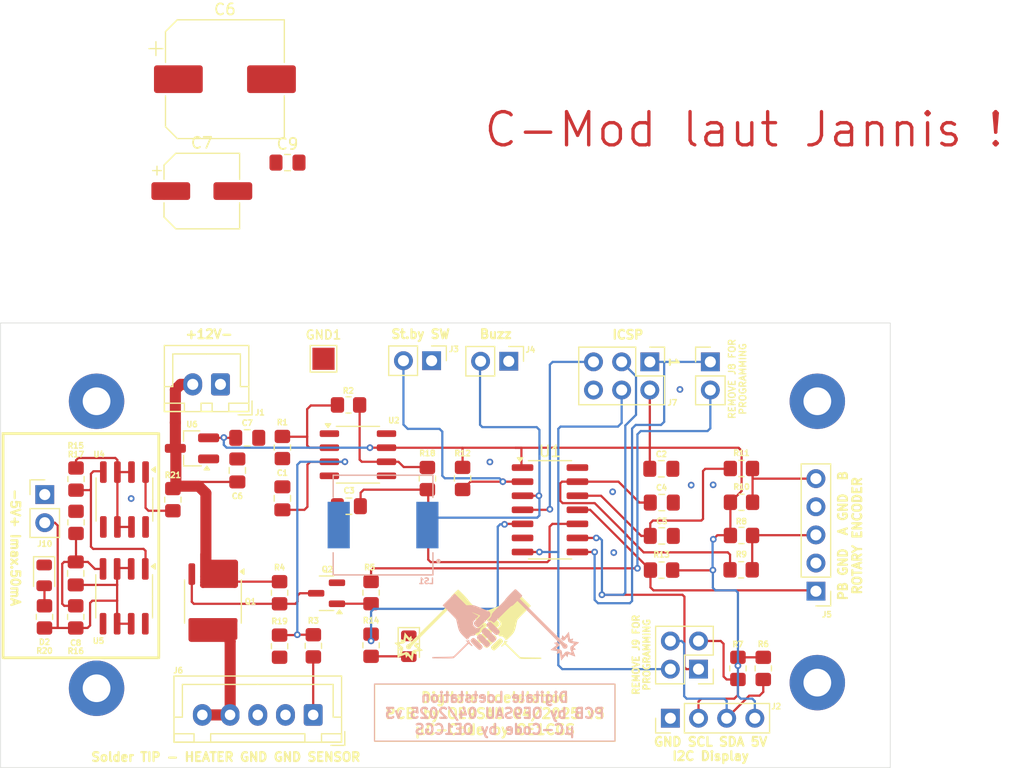
<source format=kicad_pcb>
(kicad_pcb (version 20240108) (generator "pcbnew") (generator_version "8.0")
  (layers (0 "F.Cu" signal) (31 "B.Cu" signal) (34 "B.Paste" user) (35 "F.Paste" user) (36 "B.SilkS" user "B.Silkscreen") (37 "F.SilkS" user "F.Silkscreen") (38 "B.Mask" user) (39 "F.Mask" user) (44 "Edge.Cuts" user))
  (net 0 "")
  (net 1 "GND")
  (net 2 "Net-(U2-+)")
  (net 3 "+5V")
  (net 4 "Net-(U1-PA3)")
  (net 5 "+12V")
  (net 6 "Net-(J2-Pin_2)")
  (net 7 "Net-(J2-Pin_3)")
  (net 8 "Net-(J3-Pin_2)")
  (net 9 "Net-(J4-Pin_2)")
  (net 10 "Net-(J5-Pin_1)")
  (net 11 "Net-(J5-Pin_3)")
  (net 12 "Net-(J5-Pin_5)")
  (net 13 "Net-(J6-Pin_4)")
  (net 14 "Net-(J6-Pin_1)")
  (net 15 "Net-(J8-Pin_2)")
  (net 16 "Net-(J7-MISO)")
  (net 17 "Net-(Q1-G)")
  (net 18 "Net-(Q2-G)")
  (net 19 "Net-(U2--)")
  (net 20 "Net-(R18-Pad1)")
  (net 24 "Net-(J7-~{RST})")
  (net 25 "Net-(U1-AREF{slash}PA0)")
  (net 26 "Net-(U1-PA1)")
  (net 27 "Net-(U1-PB2)")
  (net 28 "Net-(D1-A)")
  (net 30 "Net-(J7-MOSI)")
  (net 31 "Net-(J7-SCK)")
  (net 32 "Net-(U5-ADJ)")
  (net 33 "Net-(R15-Pad1)")
  (net 38 "Net-(J10-Pin_2)")
  (net 39 "Net-(D2-A)")
  (net 40 "Net-(U4-ADJ)")
  (net 41 "Net-(U4-VI)")
  (footprint "Resistor_SMD:R_0805_2012Metric_Pad1.20x1.40mm_HandSolder" (layer "F.Cu") (at 139.2174 85.6648 90)
    (property "Reference" "R12")
    (property "Value" "10k")
  )
  (footprint "Capacitor_SMD:C_0805_2012Metric_Pad1.18x1.45mm_HandSolder" (layer "F.Cu") (at 128.9597 88.17 180)
    (property "Reference" "C3")
    (property "Value" "10nF")
  )
  (footprint "Resistor_SMD:R_0805_2012Metric_Pad1.20x1.40mm_HandSolder" (layer "F.Cu") (at 125.7554 100.7712 90)
    (property "Reference" "R3")
    (property "Value" "5K6")
  )
  (footprint "Resistor_SMD:R_0805_2012Metric_Pad1.20x1.40mm_HandSolder" (layer "F.Cu") (at 164.3794 87.8144)
    (property "Reference" "R10")
    (property "Value" "10k")
  )
  (footprint "Resistor_SMD:R_0805_2012Metric_Pad1.20x1.40mm_HandSolder" (layer "F.Cu") (at 104.3432 85.7186 -90)
    (property "Reference" "R15")
    (property "Value" "27")
  )
  (footprint "Capacitor_SMD:C_0805_2012Metric_Pad1.18x1.45mm_HandSolder" (layer "F.Cu") (at 157.1889 90.8498 180)
    (property "Reference" "C5")
    (property "Value" "10nF")
  )
  (footprint "MountingHole:MountingHole_2.5mm_Pad" (layer "F.Cu") (at 106.1974 78.6958)
    (property "Reference" "H1" (hide yes))
    (property "Value" "MountingHole_Pad" (hide yes))
  )
  (footprint "Resistor_SMD:R_0805_2012Metric_Pad1.20x1.40mm_HandSolder" (layer "F.Cu") (at 104.3432 89.6272 -90)
    (property "Reference" "R17")
    (property "Value" "750")
  )
  (footprint "Resistor_SMD:R_0805_2012Metric_Pad1.20x1.40mm_HandSolder" (layer "F.Cu") (at 136.0424 85.6714 -90)
    (property "Reference" "R18")
    (property "Value" "5K6")
  )
  (footprint "Connector_PinHeader_2.54mm:PinHeader_1x04_P2.54mm_Vertical" (layer "F.Cu") (at 157.9626 107.3089 90)
    (property "Reference" "J2")
    (property "Value" "I2C")
  )
  (footprint "Resistor_SMD:R_0805_2012Metric_Pad1.20x1.40mm_HandSolder" (layer "F.Cu") (at 122.7074 95.9802 -90)
    (property "Reference" "R4")
    (property "Value" "10K")
  )
  (footprint "Resistor_SMD:R_0805_2012Metric_Pad1.20x1.40mm_HandSolder" (layer "F.Cu") (at 113.0808 87.5792 90)
    (property "Reference" "R21")
    (property "Value" "0")
  )
  (footprint "Resistor_SMD:R_0805_2012Metric_Pad1.20x1.40mm_HandSolder" (layer "F.Cu") (at 130.9624 95.9706 90)
    (property "Reference" "R5")
    (property "Value" "1K")
  )
  (footprint "Package_TO_SOT_SMD:SOT-23" (layer "F.Cu") (at 126.9469 96.0272 180)
    (property "Reference" "Q2")
    (property "Value" "IRLML2060")
  )
  (footprint "Resistor_SMD:R_0805_2012Metric_Pad1.20x1.40mm_HandSolder" (layer "F.Cu") (at 122.7074 100.8032 90)
    (property "Reference" "R19")
    (property "Value" "100k")
  )
  (footprint "Capacitor_SMD:C_0805_2012Metric_Pad1.18x1.45mm_HandSolder" (layer "F.Cu") (at 123.4225 57.15)
    (property "Reference" "C9")
    (property "Value" "100nF")
  )
  (footprint "Connector_PinHeader_2.54mm:PinHeader_1x02_P2.54mm_Vertical" (layer "F.Cu") (at 161.5694 75.1398)
    (property "Reference" "J8" (hide yes))
    (property "Value" "PROG-JUMP")
  )
  (footprint "Connector_PinHeader_2.54mm:PinHeader_1x02_P2.54mm_Vertical" (layer "F.Cu") (at 143.383 75.0824 -90)
    (property "Reference" "J4")
    (property "Value" "Buzz")
  )
  (footprint "MountingHole:MountingHole_2.5mm_Pad" (layer "F.Cu") (at 106.1974 104.6038)
    (property "Reference" "H3" (hide yes))
    (property "Value" "MountingHole_Pad" (hide yes))
  )
  (footprint "Connector_PinHeader_2.54mm:PinHeader_2x03_P2.54mm_Vertical" (layer "F.Cu") (at 156.1084 75.1398 -90)
    (property "Reference" "J7")
    (property "Value" "ISP")
  )
  (footprint "Package_TO_SOT_SMD:SOT-23_Handsoldering" (layer "F.Cu") (at 114.8066 82.9478 180)
    (property "Reference" "U6")
    (property "Value" "MCP1703Ax-120xxTT")
  )
  (footprint "Capacitor_SMD:CP_Elec_10x10.5" (layer "F.Cu") (at 117.7775 49.62)
    (property "Reference" "C6")
    (property "Value" "470uF/35V")
  )
  (footprint "Package_SO:SOIC-8_3.9x4.9mm_P1.27mm" (layer "F.Cu") (at 108.6866 96.3026 -90)
    (property "Reference" "U5")
    (property "Value" "LM317L_SO8")
  )
  (footprint "Capacitor_SMD:CP_Elec_6.3x5.4" (layer "F.Cu") (at 115.6925 59.72)
    (property "Reference" "C7")
    (property "Value" "100uF/16V")
  )
  (footprint "Connector_JST:JST_XH_B2B-XH-A_1x02_P2.50mm_Vertical" (layer "F.Cu") (at 117.3734 77.1718 180)
    (property "Reference" "J1")
    (property "Value" "12V POW")
  )
  (footprint "Capacitor_SMD:C_0805_2012Metric_Pad1.18x1.45mm_HandSolder" (layer "F.Cu") (at 122.9614 87.4588 90)
    (property "Reference" "C1")
    (property "Value" "10nF")
  )
  (footprint "Package_SO:SO-8_3.9x4.9mm_P1.27mm" (layer "F.Cu") (at 129.7782 83.5218)
    (property "Reference" "U2")
    (property "Value" "OPA336Ux")
  )
  (footprint "MountingHole:MountingHole_2.5mm_Pad" (layer "F.Cu") (at 171.2214 104.0958)
    (property "Reference" "H2" (hide yes))
    (property "Value" "MountingHole_Pad" (hide yes))
  )
  (footprint "Capacitor_SMD:C_0805_2012Metric_Pad1.18x1.45mm_HandSolder" (layer "F.Cu") (at 157.1889 87.8398)
    (property "Reference" "C4")
    (property "Value" "10nF")
  )
  (footprint "Resistor_SMD:R_0805_2012Metric_Pad1.20x1.40mm_HandSolder" (layer "F.Cu") (at 164.3794 90.8116 180)
    (property "Reference" "R8")
    (property "Value" "10k")
  )
  (footprint "Package_SO:SOIC-8_3.9x4.9mm_P1.27mm" (layer "F.Cu") (at 116.695 96.7734 -90)
    (property "Reference" "Q1")
    (property "Value" "IRF7416")
  )
  (footprint "Connector_PinHeader_2.54mm:PinHeader_1x02_P2.54mm_Vertical" (layer "F.Cu") (at 101.5238 87.117)
    (property "Reference" "J10")
    (property "Value" "5V/50mA")
  )
  (footprint "Resistor_SMD:R_0805_2012Metric_Pad1.20x1.40mm_HandSolder" (layer "F.Cu") (at 164.3474 93.9104 180)
    (property "Reference" "R9")
    (property "Value" "10k")
  )
  (footprint "Resistor_SMD:R_0805_2012Metric_Pad1.20x1.40mm_HandSolder" (layer "F.Cu") (at 130.9624 100.7204 90)
    (property "Reference" "R14")
    (property "Value" "10k")
  )
  (footprint "Resistor_SMD:R_0805_2012Metric_Pad1.20x1.40mm_HandSolder" (layer "F.Cu") (at 101.4984 98.1616 -90)
    (property "Reference" "R20")
    (property "Value" "10k")
  )
  (footprint "Resistor_SMD:R_0805_2012Metric_Pad1.20x1.40mm_HandSolder" (layer "F.Cu") (at 164.0586 102.8098 90)
    (property "Reference" "R7")
    (property "Value" "4k7")
  )
  (footprint "Capacitor_SMD:C_0805_2012Metric_Pad1.18x1.45mm_HandSolder" (layer "F.Cu") (at 119.7903 81.9978)
    (property "Reference" "C7")
    (property "Value" "1uF")
  )
  (footprint "Resistor_SMD:R_0805_2012Metric_Pad1.20x1.40mm_HandSolder" (layer "F.Cu") (at 128.9304 79.026)
    (property "Reference" "R2")
    (property "Value" "68k")
  )
  (footprint "Resistor_SMD:R_0805_2012Metric_Pad1.20x1.40mm_HandSolder" (layer "F.Cu") (at 122.9614 82.8708 90)
    (property "Reference" "R1")
    (property "Value" "100R")
  )
  (footprint "LED_SMD:LED_0805_2012Metric" (layer "F.Cu") (at 134.366 100.8103 -90)
    (property "Reference" "D1" (hide yes))
    (property "Value" "LED" (hide yes))
  )
  (footprint "Resistor_SMD:R_0805_2012Metric_Pad1.20x1.40mm_HandSolder" (layer "F.Cu") (at 104.3178 98.1616 -90)
    (property "Reference" "R16")
    (property "Value" "240")
  )
  (footprint "Resistor_SMD:R_0805_2012Metric_Pad1.20x1.40mm_HandSolder" (layer "F.Cu") (at 164.3728 84.7664 180)
    (property "Reference" "R11")
    (property "Value" "10k")
  )
  (footprint "Capacitor_SMD:C_0805_2012Metric_Pad1.18x1.45mm_HandSolder" (layer "F.Cu") (at 104.3178 94.2367 90)
    (property "Reference" "C8")
    (property "Value" "1uF")
  )
  (footprint "LED_SMD:LED_0805_2012Metric" (layer "F.Cu") (at 101.473 94.4118 -90)
    (property "Reference" "D2")
    (property "Value" "LED")
  )
  (footprint "Capacitor_SMD:C_0805_2012Metric_Pad1.18x1.45mm_HandSolder" (layer "F.Cu") (at 118.8974 84.9403 90)
    (property "Reference" "C6")
    (property "Value" "1uF")
  )
  (footprint "TestPoint:TestPoint_Pad_2.0x2.0mm" (layer "F.Cu") (at 126.6698 74.8604)
    (property "Reference" "GND1")
    (property "Value" "GND")
  )
  (footprint "Connector_PinHeader_2.54mm:PinHeader_1x02_P2.54mm_Vertical" (layer "F.Cu") (at 136.4234 75.0316 -90)
    (property "Reference" "J3")
    (property "Value" "Std.by")
  )
  (footprint "LOGO" (layer "F.Cu") (at 139.8524 98.7552)
    (property "Reference" "G10" (hide yes))
    (property "Value" "LOGO" (hide yes))
  )
  (footprint "Package_SO:SOIC-8_3.9x4.9mm_P1.27mm" (layer "F.Cu") (at 108.712 87.565 -90)
    (property "Reference" "U4")
    (property "Value" "LM317L_SO8")
  )
  (footprint "Package_SO:SOIC-14_3.9x8.7mm_P1.27mm" (layer "F.Cu") (at 147.1026 88.4936)
    (property "Reference" "U1")
    (property "Value" "ATtiny84-20SS")
  )
  (footprint "Connector_PinHeader_2.54mm:PinHeader_1x05_P2.54mm_Vertical" (layer "F.Cu") (at 171.0944 95.8408 180)
    (property "Reference" "J5")
    (property "Value" "Conn_01x05_Pin")
  )
  (footprint "Resistor_SMD:R_0805_2012Metric_Pad1.20x1.40mm_HandSolder" (layer "F.Cu") (at 166.3446 102.8098 90)
    (property "Reference" "R6")
    (property "Value" "4k7")
  )
  (footprint "MountingHole:MountingHole_2.5mm_Pad" (layer "F.Cu") (at 171.2214 78.6958)
    (property "Reference" "H4" (hide yes))
    (property "Value" "MountingHole_Pad" (hide yes))
  )
  (footprint "Resistor_SMD:R_0805_2012Metric_Pad1.20x1.40mm_HandSolder" (layer "F.Cu") (at 157.1674 93.9358)
    (property "Reference" "R13")
    (property "Value" "10k")
  )
  (footprint "Connector_JST:JST_XH_B5B-XH-A_1x05_P2.50mm_Vertical" (layer "F.Cu") (at 125.7408 107.0102 180)
    (property "Reference" "J6")
    (property "Value" "Tip")
  )
  (footprint "Capacitor_SMD:C_0805_2012Metric_Pad1.18x1.45mm_HandSolder" (layer "F.Cu") (at 157.1459 84.7918)
    (property "Reference" "C2")
    (property "Value" "2.2uF")
  )
  (footprint "Connector_PinHeader_2.54mm:PinHeader_2x02_P2.54mm_Vertical" (layer "F.Cu") (at 160.5026 102.8766 180)
    (property "Reference" "J9" (hide yes))
    (property "Value" "PROG-JUMP2")
  )
  (footprint "LOGO" (layer "B.Cu") (at 142.948334 98.7044 180)
    (property "Reference" "G10" (hide yes))
    (property "Value" "LOGO" (hide yes))
  )
  (footprint "CPT-9019S-SMT:CUI_CPT-9019S-SMT" (layer "B.Cu") (at 132.0424 89.8718 90)
    (property "Reference" "LS1")
    (property "Value" "CPT-9019S-SMT" (hide yes))
  )
  (gr_rect (start 97.7646 81.6102) (end 111.8108 101.854) (stroke (width 0.25)) (fill none) (layer "F.SilkS"))
  (gr_line (start 97.536 71.628) (end 177.8 71.628) (stroke (width 0.05)) (layer "Edge.Cuts"))
  (gr_line (start 177.8 71.628) (end 177.8 111.76) (stroke (width 0.05)) (layer "Edge.Cuts"))
  (gr_line (start 177.8 111.76) (end 97.536 111.76) (stroke (width 0.05)) (layer "Edge.Cuts"))
  (gr_line (start 97.536 111.76) (end 97.536 71.628) (stroke (width 0.05)) (layer "Edge.Cuts"))
  (gr_text "C-Mod laut Jannis !" (at 140.97 55.9308 0) (layer "F.Cu") (effects (font (size 3 3) (thickness 0.3) (bold yes)) (justify left bottom)))
  (gr_text "REMOVE J8 FOR\nPROGRAMMING" (at 164.846 76.6826 90) (layer "F.SilkS") (effects (font (size 0.6 0.6) (thickness 0.12) (bold yes)) (justify bottom)))
  (gr_text "1" (at 157.8102 74.6572 -90) (layer "F.SilkS") (effects (font (size 0.8 0.8) (thickness 0.2) (bold yes)) (justify left bottom)))
  (gr_text "ICSP" (at 152.6286 73.1586 0) (layer "F.SilkS") (effects (font (size 0.8 0.8) (thickness 0.2) (bold yes)) (justify left bottom)))
  (gr_text "PB GND  A GND  B\nROTARY ENCODER" (at 175.2854 90.837 90) (layer "F.SilkS") (effects (font (size 0.8 0.8) (thickness 0.2) (bold yes)) (justify bottom)))
  (gr_text "REMOVE J9 FOR\nPROGRAMMING" (at 156.1846 101.5812 90) (layer "F.SilkS") (effects (font (size 0.6 0.6) (thickness 0.15) (bold yes)) (justify bottom)))
  (gr_text "Solder TIP - HEATER GND GND SENSOR" (at 117.856 111.2774 0) (layer "F.SilkS") (effects (font (size 0.8 0.8) (thickness 0.2) (bold yes)) (justify bottom)))
  (gr_text "St.by SW" (at 132.6896 73.1012 0) (layer "F.SilkS") (effects (font (size 0.8 0.8) (thickness 0.2) (bold yes)) (justify left bottom)))
  (gr_text "GND SCL SDA 5V\nI2C Display" (at 161.5948 111.1951 0) (layer "F.SilkS") (effects (font (size 0.8 0.8) (thickness 0.2) (bold yes)) (justify bottom)))
  (gr_text "-5V+ Imax.50mA" (at 98.3996 86.5124 270) (layer "F.SilkS") (effects (font (size 0.8 0.8) (thickness 0.2) (bold yes)) (justify left bottom)))
  (gr_text "Buzz" (at 140.6652 73.1012 0) (layer "F.SilkS") (effects (font (size 0.8 0.8) (thickness 0.2) (bold yes)) (justify left bottom)))
  (gr_text "+12V-" (at 114.1222 73.1078 0) (layer "F.SilkS") (effects (font (size 0.8 0.8) (thickness 0.2) (bold yes)) (justify left bottom)))
  (gr_text_box "Digitale Loetstation\nPCB by OE9SAU 04/2025 v3\nµC-Code by OE1CGS" (start 131.2672 104.2162) (end 152.9588 109.3724) (layer "B.SilkS") (effects (font (size 0.9 0.9) (thickness 0.2) (bold yes)) (justify top mirror)) (border yes) (stroke (width 0.1)))
  (gr_text_box "Digitale Loetstation\nPCB by OE9SAU 04/2025 v3\nµC-Code by OE1CGS" (start 131.2926 104.2416) (end 152.9842 109.3978) (layer "F.SilkS") (effects (font (size 0.9 0.9) (thickness 0.2) (bold yes)) (justify top)) (border yes) (stroke (width 0.1)))
  (segment (start 120.7408 107.347) (end 120.7538 107.36) (width 1) (layer "F.Cu") (net 1))
  (via (at 161.8234 86.2396) (size 0.6) (drill 0.3) (layers "F.Cu" "B.Cu") (net 1))
  (via (at 152.7556 86.868) (size 0.6) (drill 0.3) (layers "F.Cu" "B.Cu") (net 1))
  (via (at 109.3216 87.4776) (size 0.6) (drill 0.3) (layers "F.Cu" "B.Cu") (net 1))
  (via (at 159.8422 86.265) (size 0.6) (drill 0.3) (layers "F.Cu" "B.Cu") (net 1))
  (via (at 152.8572 92.3544) (size 0.6) (drill 0.3) (layers "F.Cu" "B.Cu") (net 1))
  (via (at 141.6812 84.1756) (size 0.6) (drill 0.3) (layers "F.Cu" "B.Cu") (net 1))
  (via (at 158.8262 77.629) (size 0.6) (drill 0.3) (layers "F.Cu" "B.Cu") (net 1))
  (segment (start 124.2756 99.8032) (end 124.3076 99.7712) (width 0.2) (layer "F.Cu") (net 2))
  (segment (start 124.9465 88.4963) (end 122.9614 88.4963) (width 0.2) (layer "F.Cu") (net 2))
  (segment (start 122.7074 99.8032) (end 124.2756 99.8032) (width 0.2) (layer "F.Cu") (net 2))
  (segment (start 125.222 88.2208) (end 124.9465 88.4963) (width 0.2) (layer "F.Cu") (net 2))
  (segment (start 125.222 84.4108) (end 125.222 88.2208) (width 0.2) (layer "F.Cu") (net 2))
  (segment (start 124.3076 99.7712) (end 125.7554 99.7712) (width 0.2) (layer "F.Cu") (net 2))
  (segment (start 125.476 84.1568) (end 125.222 84.4108) (width 0.2) (layer "F.Cu") (net 2))
  (segment (start 128.6002 84.1568) (end 125.476 84.1568) (width 0.2) (layer "F.Cu") (net 2))
  (via (at 124.3076 99.7712) (size 0.6) (drill 0.3) (layers "F.Cu" "B.Cu") (net 2))
  (via (at 128.6002 84.1568) (size 0.6) (drill 0.3) (layers "F.Cu" "B.Cu") (net 2))
  (segment (start 124.3076 84.4296) (end 124.5804 84.1568) (width 0.2) (layer "B.Cu") (net 2))
  (segment (start 124.5804 84.1568) (end 128.6002 84.1568) (width 0.2) (layer "B.Cu") (net 2))
  (segment (start 124.3076 99.7712) (end 124.3076 84.4296) (width 0.2) (layer "B.Cu") (net 2))
  (segment (start 164.3888 83.1662) (end 164.1348 82.9122) (width 0.2) (layer "F.Cu") (net 3))
  (segment (start 143.9887 82.8907) (end 156.1084 82.8907) (width 0.2) (layer "F.Cu") (net 3))
  (segment (start 116.3066 81.9978) (end 117.6528 81.9978) (width 0.2) (layer "F.Cu") (net 3))
  (segment (start 158.192 93.9604) (end 161.7734 93.9604) (width 0.2) (layer "F.Cu") (net 3))
  (segment (start 132.8706 82.8868) (end 132.8745 82.8907) (width 0.2) (layer "F.Cu") (net 3))
  (segment (start 139.2174 82.9161) (end 139.192 82.8907) (width 0.2) (layer "F.Cu") (net 3))
  (segment (start 162.2044 90.7862) (end 163.3794 90.7862) (width 0.2) (layer "F.Cu") (net 3))
  (segment (start 130.8608 82.8868) (end 132.8706 82.8868) (width 0.2) (layer "F.Cu") (net 3))
  (segment (start 158.1674 93.9358) (end 158.192 93.9604) (width 0.2) (layer "F.Cu") (net 3))
  (segment (start 161.8361 91.1545) (end 162.2044 90.7862) (width 0.2) (layer "F.Cu") (net 3))
  (segment (start 161.7734 93.9604) (end 161.798 93.9358) (width 0.2) (layer "F.Cu") (net 3))
  (segment (start 139.192 82.8907) (end 143.9887 82.8907) (width 0.2) (layer "F.Cu") (net 3))
  (segment (start 156.1084 77.6798) (end 156.1084 78.8315) (width 0.2) (layer "F.Cu") (net 3))
  (segment (start 117.6782 81.9724) (end 117.7036 81.9978) (width 0.2) (layer "F.Cu") (net 3))
  (segment (start 144.526 82.8907) (end 143.9887 82.8907) (width 0.2) (layer "F.Cu") (net 3))
  (segment (start 156.1084 84.7918) (end 156.1084 82.8907) (width 0.2) (layer "F.Cu") (net 3))
  (segment (start 117.6528 81.9978) (end 117.6782 81.9724) (width 0.2) (layer "F.Cu") (net 3))
  (segment (start 166.3446 101.8098) (end 164.0586 101.8098) (width 0.2) (layer "F.Cu") (net 3))
  (segment (start 163.3794 90.7862) (end 163.3794 87.8144) (width 0.2) (layer "F.Cu") (net 3))
  (segment (start 163.3794 87.8144) (end 164.3888 86.805) (width 0.2) (layer "F.Cu") (net 3))
  (segment (start 164.3888 86.805) (end 164.3888 83.1662) (width 0.2) (layer "F.Cu") (net 3))
  (segment (start 164.0586 102.5652) (end 164.0586 101.8098) (width 0.2) (layer "F.Cu") (net 3))
  (segment (start 117.7036 81.9978) (end 118.7528 81.9978) (width 0.2) (layer "F.Cu") (net 3))
  (segment (start 156.1084 78.8315) (end 156.1084 82.8907) (width 0.2) (layer "F.Cu") (net 3))
  (segment (start 144.526 84.6648) (end 144.526 82.8907) (width 0.2) (layer "F.Cu") (net 3))
  (segment (start 164.1133 82.8907) (end 164.2618 83.0392) (width 0.2) (layer "F.Cu") (net 3))
  (segment (start 139.2174 84.6648) (end 139.2174 82.9161) (width 0.2) (layer "F.Cu") (net 3))
  (segment (start 156.1084 82.8907) (end 164.1133 82.8907) (width 0.2) (layer "F.Cu") (net 3))
  (segment (start 158.1674 93.9358) (end 158.6728 94.4412) (width 0.2) (layer "F.Cu") (net 3))
  (segment (start 132.8745 82.8907) (end 139.192 82.8907) (width 0.2) (layer "F.Cu") (net 3))
  (via (at 161.8361 91.1545) (size 0.6) (drill 0.3) (layers "F.Cu" "B.Cu") (net 3))
  (via (at 161.798 93.9358) (size 0.6) (drill 0.3) (layers "F.Cu" "B.Cu") (net 3))
  (via (at 117.6782 81.9724) (size 0.6) (drill 0.3) (layers "F.Cu" "B.Cu") (net 3))
  (via (at 164.0586 102.5652) (size 0.6) (drill 0.3) (layers "F.Cu" "B.Cu") (net 3))
  (via (at 130.8608 82.8868) (size 0.6) (drill 0.3) (layers "F.Cu" "B.Cu") (net 3))
  (segment (start 164.3126 105.5436) (end 164.0586 105.2896) (width 0.2) (layer "B.Cu") (net 3))
  (segment (start 165.5826 107.3089) (end 165.5826 105.7722) (width 0.2) (layer "B.Cu") (net 3))
  (segment (start 117.9322 82.8868) (end 117.6782 82.6328) (width 0.2) (layer "B.Cu") (net 3))
  (segment (start 161.7726 93.9104) (end 161.798 93.9358) (width 0.2) (layer "B.Cu") (net 3))
  (segment (start 165.354 105.5436) (end 164.3126 105.5436) (width 0.2) (layer "B.Cu") (net 3))
  (segment (start 161.8361 91.1545) (end 161.7726 91.218) (width 0.2) (layer "B.Cu") (net 3))
  (segment (start 161.798 95.536) (end 161.798 93.9358) (width 0.2) (layer "B.Cu") (net 3))
  (segment (start 162.0266 95.7646) (end 161.798 95.536) (width 0.2) (layer "B.Cu") (net 3))
  (segment (start 161.7726 91.218) (end 161.7726 93.9104) (width 0.2) (layer "B.Cu") (net 3))
  (segment (start 164.0586 105.2896) (end 164.0586 95.9678) (width 0.2) (layer "B.Cu") (net 3))
  (segment (start 165.5826 105.7722) (end 165.354 105.5436) (width 0.2) (layer "B.Cu") (net 3))
  (segment (start 117.6782 82.6328) (end 117.6782 81.9724) (width 0.2) (layer "B.Cu") (net 3))
  (segment (start 130.8608 82.8868) (end 117.9322 82.8868) (width 0.2) (layer "B.Cu") (net 3))
  (segment (start 164.0586 95.9678) (end 163.8554 95.7646) (width 0.2) (layer "B.Cu") (net 3))
  (segment (start 163.8554 95.7646) (end 162.0266 95.7646) (width 0.2) (layer "B.Cu") (net 3))
  (segment (start 147.066 90.0176) (end 147.32 89.7636) (width 0.2) (layer "F.Cu") (net 4))
  (segment (start 130.0187 88.1485) (end 130.0187 86.9547) (width 0.2) (layer "F.Cu") (net 4))
  (segment (start 136.1186 92.9894) (end 136.3472 93.218) (width 0.2) (layer "F.Cu") (net 4))
  (segment (start 147.32 89.7636) (end 149.5776 89.7636) (width 0.2) (layer "F.Cu") (net 4))
  (segment (start 147.066 93.0148) (end 147.066 90.0176) (width 0.2) (layer "F.Cu") (net 4))
  (segment (start 146.8628 93.218) (end 147.066 93.0148) (width 0.2) (layer "F.Cu") (net 4))
  (segment (start 136.3472 93.218) (end 146.8628 93.218) (width 0.2) (layer "F.Cu") (net 4))
  (segment (start 130.2976 86.6758) (end 136.1186 86.6758) (width 0.2) (layer "F.Cu") (net 4))
  (segment (start 136.1186 86.6758) (end 136.1186 92.9894) (width 0.2) (layer "F.Cu") (net 4))
  (segment (start 130.0187 86.9547) (end 130.2976 86.6758) (width 0.2) (layer "F.Cu") (net 4))
  (segment (start 113.3066 77.6506) (end 113.3066 80.6196) (width 1) (layer "F.Cu") (net 5))
  (segment (start 118.6 94.9802) (end 122.7074 94.9802) (width 0.2) (layer "F.Cu") (net 5))
  (segment (start 118.6725 95.0384) (end 116.8275 95.0384) (width 0.5) (layer "F.Cu") (net 5))
  (segment (start 115.81 94.8384) (end 118.35 94.8384) (width 0.5) (layer "F.Cu") (net 5))
  (segment (start 113.35 86.31) (end 113.35 82.9912) (width 1) (layer "F.Cu") (net 5))
  (segment (start 113.0808 86.5792) (end 113.3 86.36) (width 1) (layer "F.Cu") (net 5))
  (segment (start 116.08 93.5784) (end 116.06 93.5984) (width 0.5) (layer "F.Cu") (net 5))
  (segment (start 113.0808 86.5792) (end 113.5516 87.05) (width 0.2) (layer "F.Cu") (net 5))
  (segment (start 118.67125 93.2484) (end 116.08875 93.2484) (width 0.5) (layer "F.Cu") (net 5))
  (segment (start 113.7854 77.1718) (end 113.3066 77.6506) (width 1) (layer "F.Cu") (net 5))
  (segment (start 118.6 94.2984) (end 118.6 94.9802) (width 0.2) (layer "F.Cu") (net 5))
  (segment (start 115.94 94.0084) (end 118.48 94.0084) (width 0.5) (layer "F.Cu") (net 5))
  (segment (start 115.8 95.2884) (end 115.8 92.4984) (width 0.5) (layer "F.Cu") (net 5))
  (segment (start 115.81 94.5284) (end 118.35 94.5284) (width 0.5) (layer "F.Cu") (net 5))
  (segment (start 116.06 87.0024) (end 116.06 94.81) (width 1) (layer "F.Cu") (net 5))
  (segment (start 113.0808 86.5792) (end 113.35 86.31) (width 1) (layer "F.Cu") (net 5))
  (segment (start 122.3394 94.9482) (end 122.7074 94.5802) (width 0.2) (layer "F.Cu") (net 5))
  (segment (start 118.6625 93.5784) (end 116.08 93.5784) (width 0.5) (layer "F.Cu") (net 5))
  (segment (start 118.71 93.2484) (end 118.71 95.2284) (width 0.5) (layer "F.Cu") (net 5))
  (segment (start 115.79 95.2984) (end 118.71 95.2984) (width 0.5) (layer "F.Cu") (net 5))
  (segment (start 114.8734 77.1718) (end 113.7854 77.1718) (width 1) (layer "F.Cu") (net 5))
  (segment (start 118.6 94.2984) (end 117.87 95.0284) (width 0.5) (layer "F.Cu") (net 5))
  (segment (start 115.4176 86.36) (end 116.06 87.0024) (width 1) (layer "F.Cu") (net 5))
  (segment (start 118.71 95.2284) (end 118.64 95.2984) (width 0.5) (layer "F.Cu") (net 5))
  (segment (start 115.79 95.2984) (end 115.8 95.2884) (width 0.5) (layer "F.Cu") (net 5))
  (segment (start 115.79 95.0384) (end 118.33 95.0384) (width 0.5) (layer "F.Cu") (net 5))
  (segment (start 113.3066 80.6196) (end 113.3066 82.9478) (width 1) (layer "F.Cu") (net 5))
  (segment (start 118.8974 85.9778) (end 113.6822 85.9778) (width 0.2) (layer "F.Cu") (net 5))
  (segment (start 116.06 94.2984) (end 118.6 94.2984) (width 0.5) (layer "F.Cu") (net 5))
  (segment (start 113.6822 85.9778) (end 113.0808 86.5792) (width 0.2) (layer "F.Cu") (net 5))
  (segment (start 113.35 82.9912) (end 113.3066 82.9478) (width 1) (layer "F.Cu") (net 5))
  (segment (start 117.87 95.0284) (end 116.025 95.0284) (width 0.5) (layer "F.Cu") (net 5))
  (segment (start 113.3 86.36) (end 115.4176 86.36) (width 1) (layer "F.Cu") (net 5))
  (segment (start 160.5026 107.3089) (end 160.5026 105.7976) (width 0.2) (layer "F.Cu") (net 6))
  (segment (start 162.5092 100.3366) (end 160.5026 100.3366) (width 0.2) (layer "F.Cu") (net 6))
  (segment (start 160.5026 105.7976) (end 160.7566 105.5436) (width 0.2) (layer "F.Cu") (net 6))
  (segment (start 163.7284 105.5436) (end 164.0586 105.2134) (width 0.2) (layer "F.Cu") (net 6))
  (segment (start 160.6296 107.1819) (end 160.5026 107.3089) (width 0.2) (layer "F.Cu") (net 6))
  (segment (start 163.036 103.8098) (end 162.7632 103.537) (width 0.2) (layer "F.Cu") (net 6))
  (segment (start 160.7566 105.5436) (end 163.7284 105.5436) (width 0.2) (layer "F.Cu") (net 6))
  (segment (start 162.7632 103.537) (end 162.7632 100.5906) (width 0.2) (layer "F.Cu") (net 6))
  (segment (start 164.0586 105.2134) (end 164.0586 103.8098) (width 0.2) (layer "F.Cu") (net 6))
  (segment (start 164.0586 103.8098) (end 163.036 103.8098) (width 0.2) (layer "F.Cu") (net 6))
  (segment (start 162.7632 100.5906) (end 162.5092 100.3366) (width 0.2) (layer "F.Cu") (net 6))
  (segment (start 166.3446 104.934) (end 166.007515 105.271085) (width 0.2) (layer "F.Cu") (net 7))
  (segment (start 166.007515 105.271085) (end 165.080415 105.271085) (width 0.2) (layer "F.Cu") (net 7))
  (segment (start 166.3446 103.8098) (end 166.3446 104.934) (width 0.2) (layer "F.Cu") (net 7))
  (segment (start 165.080415 105.271085) (end 163.0426 107.3089) (width 0.2) (layer "F.Cu") (net 7))
  (segment (start 162.8394 105.5436) (end 163.0426 105.7468) (width 0.2) (layer "B.Cu") (net 7))
  (segment (start 158.9786 100.3366) (end 159.2072 100.5652) (width 0.2) (layer "B.Cu") (net 7))
  (segment (start 157.9626 100.3366) (end 158.9786 100.3366) (width 0.2) (layer "B.Cu") (net 7))
  (segment (start 159.2072 100.5652) (end 159.2072 105.315) (width 0.2) (layer "B.Cu") (net 7))
  (segment (start 159.2072 105.315) (end 159.4358 105.5436) (width 0.2) (layer "B.Cu") (net 7))
  (segment (start 163.0426 105.7468) (end 163.0426 107.3089) (width 0.2) (layer "B.Cu") (net 7))
  (segment (start 159.4358 105.5436) (end 162.8394 105.5436) (width 0.2) (layer "B.Cu") (net 7))
  (segment (start 142.8496 85.9536) (end 139.9286 85.9536) (width 0.2) (layer "F.Cu") (net 8))
  (segment (start 139.9286 85.9536) (end 139.2174 86.6648) (width 0.2) (layer "F.Cu") (net 8))
  (segment (start 142.8496 85.9536) (end 144.6276 85.9536) (width 0.2) (layer "F.Cu") (net 8))
  (via (at 142.8496 85.9536) (size 0.6) (drill 0.3) (layers "F.Cu" "B.Cu") (net 8))
  (segment (start 142.5448 85.6488) (end 142.8496 85.9536) (width 0.2) (layer "B.Cu") (net 8))
  (segment (start 133.8834 74.8604) (end 133.8834 80.7974) (width 0.2) (layer "B.Cu") (net 8))
  (segment (start 137.1346 81.185) (end 137.3886 81.439) (width 0.2) (layer "B.Cu") (net 8))
  (segment (start 133.8834 80.7974) (end 134.271 81.185) (width 0.2) (layer "B.Cu") (net 8))
  (segment (start 137.3886 85.4202) (end 137.6172 85.6488) (width 0.2) (layer "B.Cu") (net 8))
  (segment (start 137.3886 81.439) (end 137.3886 85.4202) (width 0.2) (layer "B.Cu") (net 8))
  (segment (start 134.271 81.185) (end 137.1346 81.185) (width 0.2) (layer "B.Cu") (net 8))
  (segment (start 137.6172 85.6488) (end 142.5448 85.6488) (width 0.2) (layer "B.Cu") (net 8))
  (segment (start 146.05 87.2236) (end 144.6276 87.2236) (width 0.2) (layer "F.Cu") (net 9))
  (via (at 146.1008 87.2236) (size 0.6) (drill 0.3) (layers "F.Cu" "B.Cu") (net 9))
  (segment (start 140.7922 80.8228) (end 141.002 81.0326) (width 0.2) (layer "B.Cu") (net 9))
  (segment (start 140.843 75.0824) (end 140.7922 75.1332) (width 0.2) (layer "B.Cu") (net 9))
  (segment (start 136.7094 89.2048) (end 136.0424 89.8718) (width 0.2) (layer "B.Cu") (net 9))
  (segment (start 146.1516 89.0016) (end 145.9484 89.2048) (width 0.2) (layer "B.Cu") (net 9))
  (segment (start 146.1516 81.28) (end 146.1516 89.0016) (width 0.2) (layer "B.Cu") (net 9))
  (segment (start 145.9484 89.2048) (end 136.7094 89.2048) (width 0.2) (layer "B.Cu") (net 9))
  (segment (start 141.002 81.0326) (end 145.9042 81.0326) (width 0.2) (layer "B.Cu") (net 9))
  (segment (start 145.9042 81.0326) (end 146.1516 81.28) (width 0.2) (layer "B.Cu") (net 9))
  (segment (start 140.7922 75.1332) (end 140.7922 80.8228) (width 0.2) (layer "B.Cu") (net 9))
  (segment (start 150.7252 88.4936) (end 156.1674 93.9358) (width 0.2) (layer "F.Cu") (net 10))
  (segment (start 156.1674 95.4934) (end 156.1674 93.9358) (width 0.2) (layer "F.Cu") (net 10))
  (segment (start 149.5776 88.4936) (end 150.7252 88.4936) (width 0.2) (layer "F.Cu") (net 10))
  (segment (start 171.0944 95.8408) (end 171.0182 95.7646) (width 0.2) (layer "F.Cu") (net 10))
  (segment (start 156.4386 95.7646) (end 156.1674 95.4934) (width 0.2) (layer "F.Cu") (net 10))
  (segment (start 171.0182 95.7646) (end 156.4386 95.7646) (width 0.2) (layer "F.Cu") (net 10))
  (segment (start 171.0944 90.7862) (end 165.6588 90.7862) (width 0.2) (layer "F.Cu") (net 11))
  (segment (start 165.6588 90.7862) (end 165.3474 91.0976) (width 0.2) (layer "F.Cu") (net 11))
  (segment (start 165.3474 91.0976) (end 165.3474 93.9104) (width 0.2) (layer "F.Cu") (net 11))
  (segment (start 165.3728 84.7664) (end 165.3728 85.0646) (width 0.2) (layer "F.Cu") (net 12))
  (segment (start 165.3794 84.7664) (end 165.3794 85.6046) (width 0.2) (layer "F.Cu") (net 12))
  (segment (start 165.3794 84.741) (end 165.3794 87.7128) (width 0.2) (layer "F.Cu") (net 12))
  (segment (start 165.3794 85.7062) (end 165.4048 85.6808) (width 0.2) (layer "F.Cu") (net 12))
  (segment (start 165.4048 85.6808) (end 171.0944 85.6808) (width 0.2) (layer "F.Cu") (net 12))
  (segment (start 118.25 100.3684) (end 118.25 107.001) (width 1) (layer "F.Cu") (net 13))
  (segment (start 114.79 99.2484) (end 114.81 99.2684) (width 0.5) (layer "F.Cu") (net 13))
  (segment (start 118.2408 107.0102) (end 115.7408 107.0102) (width 1) (layer "F.Cu") (net 13))
  (segment (start 117.945 99.6484) (end 114.895 99.6484) (width 0.5) (layer "F.Cu") (net 13))
  (segment (start 114.79 99.9584) (end 114.79 99.2484) (width 0.5) (layer "F.Cu") (net 13))
  (segment (start 118.23 100.3484) (end 117.84 99.9584) (width 0.5) (layer "F.Cu") (net 13))
  (segment (start 114.81 99.2684) (end 118.63 99.2684) (width 0.5) (layer "F.Cu") (net 13))
  (segment (start 118.23 100.3484) (end 118.25 100.3684) (width 1) (layer "F.Cu") (net 13))
  (segment (start 117.84 99.9584) (end 114.79 99.9584) (width 0.5) (layer "F.Cu") (net 13))
  (segment (start 117.965 98.8684) (end 114.915 98.8684) (width 0.5) (layer "F.Cu") (net 13))
  (segment (start 118.665 98.5184) (end 115.615 98.5184) (width 0.5) (layer "F.Cu") (net 13))
  (segment (start 118.23 107.3362) (end 118.2408 107.3254) (width 1) (layer "F.Cu") (net 13))
  (segment (start 118.23 99.6684) (end 118.23 100.3484) (width 1) (layer "F.Cu") (net 13))
  (segment (start 118.395 98.8684) (end 115.345 98.8684) (width 0.5) (layer "F.Cu") (net 13))
  (segment (start 117.79 100.1684) (end 114.74 100.1684) (width 0.5) (layer "F.Cu") (net 13))
  (segment (start 117.825 98.5184) (end 114.775 98.5184) (width 0.5) (layer "F.Cu") (net 13))
  (segment (start 118.25 107.001) (end 118.2408 107.0102) (width 1) (layer "F.Cu") (net 13))
  (segment (start 125.7554 101.7712) (end 125.7408 101.7858) (width 0.2) (layer "F.Cu") (net 14))
  (segment (start 125.7874 101.8032) (end 125.7554 101.7712) (width 0.2) (layer "F.Cu") (net 14))
  (segment (start 125.7408 102.2974) (end 125.7408 107.347) (width 0.2) (layer "F.Cu") (net 14))
  (segment (start 131.1656 93.7768) (end 130.9624 93.98) (width 0.2) (layer "F.Cu") (net 15))
  (segment (start 154.94 93.8784) (end 154.94 93.7768) (width 0.2) (layer "F.Cu") (net 15))
  (segment (start 154.94 93.7768) (end 131.1656 93.7768) (width 0.2) (layer "F.Cu") (net 15))
  (segment (start 130.9624 93.98) (end 130.9624 94.9706) (width 0.2) (layer "F.Cu") (net 15))
  (via (at 154.9908 93.7768) (size 0.6) (drill 0.3) (layers "F.Cu" "B.Cu") (net 15))
  (segment (start 154.9908 81.6864) (end 155.289 81.3882) (width 0.2) (layer "B.Cu") (net 15))
  (segment (start 161.3154 81.3882) (end 161.5694 81.1342) (width 0.2) (layer "B.Cu") (net 15))
  (segment (start 154.9908 93.7768) (end 154.9908 81.6864) (width 0.2) (layer "B.Cu") (net 15))
  (segment (start 155.289 81.3882) (end 161.3154 81.3882) (width 0.2) (layer "B.Cu") (net 15))
  (segment (start 161.5694 81.1342) (end 161.5694 77.8018) (width 0.2) (layer "B.Cu") (net 15))
  (segment (start 151.13 92.3036) (end 149.5776 92.3036) (width 0.2) (layer "F.Cu") (net 16))
  (via (at 151.13 92.3036) (size 0.6) (drill 0.3) (layers "F.Cu" "B.Cu") (net 16))
  (segment (start 151.13 92.3036) (end 151.13 96.4692) (width 0.2) (layer "B.Cu") (net 16))
  (segment (start 154.305 96.9264) (end 154.5082 96.7232) (width 0.2) (layer "B.Cu") (net 16))
  (segment (start 161.5694 75.2618) (end 161.4474 75.1398) (width 0.2) (layer "B.Cu") (net 16))
  (segment (start 151.13 96.4692) (end 151.13 96.6216) (width 0.2) (layer "B.Cu") (net 16))
  (segment (start 154.5082 81.1596) (end 154.5082 96.7232) (width 0.2) (layer "B.Cu") (net 16))
  (segment (start 161.4474 75.1398) (end 156.1084 75.1398) (width 0.2) (layer "B.Cu") (net 16))
  (segment (start 157.1244 80.8294) (end 154.8384 80.8294) (width 0.2) (layer "B.Cu") (net 16))
  (segment (start 151.4348 96.9264) (end 154.305 96.9264) (width 0.2) (layer "B.Cu") (net 16))
  (segment (start 151.13 96.6216) (end 151.4348 96.9264) (width 0.2) (layer "B.Cu") (net 16))
  (segment (start 154.8384 80.8294) (end 154.5082 81.1596) (width 0.2) (layer "B.Cu") (net 16))
  (segment (start 157.4038 75.1398) (end 157.4038 80.55) (width 0.2) (layer "B.Cu") (net 16))
  (segment (start 157.4038 80.55) (end 157.1244 80.8294) (width 0.2) (layer "B.Cu") (net 16))
  (segment (start 126.0094 96.0272) (end 124.5464 96.0272) (width 0.2) (layer "F.Cu") (net 17))
  (segment (start 114.79 96.7984) (end 114.9718 96.9802) (width 0.2) (layer "F.Cu") (net 17))
  (segment (start 124.333 96.777) (end 124.1298 96.9802) (width 0.2) (layer "F.Cu") (net 17))
  (segment (start 124.333 96.2406) (end 124.333 96.777) (width 0.2) (layer "F.Cu") (net 17))
  (segment (start 124.1298 96.9802) (end 122.7074 96.9802) (width 0.2) (layer "F.Cu") (net 17))
  (segment (start 114.79 94.2984) (end 114.79 96.7984) (width 0.2) (layer "F.Cu") (net 17))
  (segment (start 114.9718 96.9802) (end 122.7074 96.9802) (width 0.2) (layer "F.Cu") (net 17))
  (segment (start 124.5464 96.0272) (end 124.333 96.2406) (width 0.2) (layer "F.Cu") (net 17))
  (segment (start 130.9624 96.9706) (end 127.9622 96.9706) (width 0.2) (layer "F.Cu") (net 18))
  (segment (start 130.416 96.5454) (end 130.9624 97.0918) (width 0.2) (layer "F.Cu") (net 18))
  (segment (start 127.9622 96.9706) (end 127.8844 97.0484) (width 0.2) (layer "F.Cu") (net 18))
  (segment (start 122.9614 81.8708) (end 122.9868 81.8962) (width 0.2) (layer "F.Cu") (net 19))
  (segment (start 125.5268 79.0768) (end 127.8796 79.0768) (width 0.2) (layer "F.Cu") (net 19))
  (segment (start 125.1966 82.6836) (end 125.3998 82.8868) (width 0.2) (layer "F.Cu") (net 19))
  (segment (start 125.1966 81.8962) (end 125.1966 79.407) (width 0.2) (layer "F.Cu") (net 19))
  (segment (start 125.1966 79.407) (end 125.5268 79.0768) (width 0.2) (layer "F.Cu") (net 19))
  (segment (start 127.8796 79.0768) (end 127.9304 79.026) (width 0.2) (layer "F.Cu") (net 19))
  (segment (start 125.3998 82.8868) (end 127.2032 82.8868) (width 0.2) (layer "F.Cu") (net 19))
  (segment (start 122.9868 81.8962) (end 125.1966 81.8962) (width 0.2) (layer "F.Cu") (net 19))
  (segment (start 125.1966 81.8962) (end 125.1966 82.6836) (width 0.2) (layer "F.Cu") (net 19))
  (segment (start 136.0424 84.6714) (end 136.0038 84.6328) (width 0.2) (layer "F.Cu") (net 20))
  (segment (start 133.9088 84.6328) (end 133.4328 84.1568) (width 0.2) (layer "F.Cu") (net 20))
  (segment (start 130.1242 84.1568) (end 129.9304 83.963) (width 0.2) (layer "F.Cu") (net 20))
  (segment (start 132.3532 84.1568) (end 130.1242 84.1568) (width 0.2) (layer "F.Cu") (net 20))
  (segment (start 133.4328 84.1568) (end 132.3532 84.1568) (width 0.2) (layer "F.Cu") (net 20))
  (segment (start 129.9304 83.963) (end 129.9304 79.026) (width 0.2) (layer "F.Cu") (net 20))
  (segment (start 136.0038 84.6328) (end 133.9088 84.6328) (width 0.2) (layer "F.Cu") (net 20))
  (segment (start 144.6276 88.4936) (end 147.0406 88.4936) (width 0.2) (layer "F.Cu") (net 24))
  (segment (start 147.0406 88.4936) (end 147.0914 88.4428) (width 0.2) (layer "F.Cu") (net 24))
  (via (at 147.0914 88.4428) (size 0.6) (drill 0.3) (layers "F.Cu" "B.Cu") (net 24))
  (segment (start 147.3454 75.1398) (end 151.0284 75.1398) (width 0.2) (layer "B.Cu") (net 24))
  (segment (start 147.0914 75.3938) (end 147.3454 75.1398) (width 0.2) (layer "B.Cu") (net 24))
  (segment (start 147.0914 88.4428) (end 147.0914 75.3938) (width 0.2) (layer "B.Cu") (net 24))
  (segment (start 151.1396 87.8936) (end 154.0604 90.8144) (width 0.2) (layer "F.Cu") (net 25))
  (segment (start 163.3474 92.5388) (end 163.1442 92.3356) (width 0.2) (layer "F.Cu") (net 25))
  (segment (start 153.2824 85.9536) (end 149.5776 85.9536) (width 0.2) (layer "F.Cu") (net 25))
  (segment (start 151.0696 87.8936) (end 151.1396 87.8936) (width 0.2) (layer "F.Cu") (net 25))
  (segment (start 155.5496 92.3356) (end 154.0604 90.8464) (width 0.2) (layer "F.Cu") (net 25))
  (segment (start 148.0312 87.6808) (end 148.244 87.8936) (width 0.2) (layer "F.Cu") (net 25))
  (segment (start 154.0604 90.8464) (end 153.9748 90.7608) (width 0.2) (layer "F.Cu") (net 25))
  (segment (start 163.3474 93.9104) (end 163.3474 92.5388) (width 0.2) (layer "F.Cu") (net 25))
  (segment (start 148.1836 85.9536) (end 148.0312 86.106) (width 0.2) (layer "F.Cu") (net 25))
  (segment (start 154.0604 90.8144) (end 154.0604 90.8464) (width 0.2) (layer "F.Cu") (net 25))
  (segment (start 155.1686 87.8398) (end 153.2824 85.9536) (width 0.2) (layer "F.Cu") (net 25))
  (segment (start 163.1442 92.3356) (end 155.5496 92.3356) (width 0.2) (layer "F.Cu") (net 25))
  (segment (start 148.0312 86.106) (end 148.0312 87.6808) (width 0.2) (layer "F.Cu") (net 25))
  (segment (start 156.1514 87.8398) (end 155.1686 87.8398) (width 0.2) (layer "F.Cu") (net 25))
  (segment (start 149.5776 85.9536) (end 148.1836 85.9536) (width 0.2) (layer "F.Cu") (net 25))
  (segment (start 148.244 87.8936) (end 151.0696 87.8936) (width 0.2) (layer "F.Cu") (net 25))
  (segment (start 160.7566 89.4654) (end 156.3878 89.4654) (width 0.2) (layer "F.Cu") (net 26))
  (segment (start 156.1514 89.7018) (end 156.1514 90.8498) (width 0.2) (layer "F.Cu") (net 26))
  (segment (start 151.7076 87.2236) (end 149.5776 87.2236) (width 0.2) (layer "F.Cu") (net 26))
  (segment (start 160.909 84.995) (end 160.909 89.313) (width 0.2) (layer "F.Cu") (net 26))
  (segment (start 156.1514 90.8498) (end 155.3338 90.8498) (width 0.2) (layer "F.Cu") (net 26))
  (segment (start 161.1122 84.7918) (end 160.909 84.995) (width 0.2) (layer "F.Cu") (net 26))
  (segment (start 156.3878 89.4654) (end 156.1514 89.7018) (width 0.2) (layer "F.Cu") (net 26))
  (segment (start 155.3338 90.8498) (end 151.7076 87.2236) (width 0.2) (layer "F.Cu") (net 26))
  (segment (start 163.3794 84.7918) (end 161.1122 84.7918) (width 0.2) (layer "F.Cu") (net 26))
  (segment (start 160.909 89.313) (end 160.7566 89.4654) (width 0.2) (layer "F.Cu") (net 26))
  (segment (start 130.8354 100.3018) (end 130.9342 100.3018) (width 0.2) (layer "F.Cu") (net 27))
  (segment (start 143.0432 89.7636) (end 144.6276 89.7636) (width 0.2) (layer "F.Cu") (net 27))
  (segment (start 143.002 89.8048) (end 143.0432 89.7636) (width 0.2) (layer "F.Cu") (net 27))
  (segment (start 130.9342 100.3018) (end 130.9624 100.33) (width 0.2) (layer "F.Cu") (net 27))
  (via (at 130.9624 100.33) (size 0.6) (drill 0.3) (layers "F.Cu" "B.Cu") (net 27))
  (via (at 143.002 89.8048) (size 0.6) (drill 0.3) (layers "F.Cu" "B.Cu") (net 27))
  (segment (start 143.002 89.8048) (end 142.6052 89.8048) (width 0.2) (layer "B.Cu") (net 27))
  (segment (start 142.1892 97.4344) (end 131.2164 97.4344) (width 0.2) (layer "B.Cu") (net 27))
  (segment (start 142.3924 97.2312) (end 142.1892 97.4344) (width 0.2) (layer "B.Cu") (net 27))
  (segment (start 131.2164 97.4344) (end 130.9624 97.6884) (width 0.2) (layer "B.Cu") (net 27))
  (segment (start 130.9624 97.6884) (end 130.9624 100.33) (width 0.2) (layer "B.Cu") (net 27))
  (segment (start 142.6052 89.8048) (end 142.3924 90.0176) (width 0.2) (layer "B.Cu") (net 27))
  (segment (start 142.3924 90.0176) (end 142.3924 97.2312) (width 0.2) (layer "B.Cu") (net 27))
  (segment (start 130.9624 101.7204) (end 134.2832 101.7204) (width 0.2) (layer "F.Cu") (net 28))
  (segment (start 134.2832 101.7204) (end 134.366 101.8032) (width 0.2) (layer "F.Cu") (net 28))
  (segment (start 144.6276 92.3036) (end 146.1516 92.3036) (width 0.2) (layer "F.Cu") (net 30))
  (via (at 146.1516 92.3036) (size 0.6) (drill 0.3) (layers "F.Cu" "B.Cu") (net 30))
  (segment (start 147.8534 81.185) (end 148.0566 80.9818) (width 0.2) (layer "B.Cu") (net 30))
  (segment (start 147.8534 99.6508) (end 147.8534 92.3036) (width 0.2) (layer "B.Cu") (net 30))
  (segment (start 147.8534 92.3036) (end 146.1516 92.3036) (width 0.2) (layer "B.Cu") (net 30))
  (segment (start 148.0566 80.9818) (end 153.2382 80.9818) (width 0.2) (layer "B.Cu") (net 30))
  (segment (start 153.2382 80.9818) (end 153.5684 80.6516) (width 0.2) (layer "B.Cu") (net 30))
  (segment (start 153.5684 80.6516) (end 153.5684 77.6798) (width 0.2) (layer "B.Cu") (net 30))
  (segment (start 148.209 102.8766) (end 157.9626 102.8766) (width 0.2) (layer "B.Cu") (net 30))
  (segment (start 147.8534 99.6508) (end 147.8534 102.521) (width 0.2) (layer "B.Cu") (net 30))
  (segment (start 147.8534 102.521) (end 148.209 102.8766) (width 0.2) (layer "B.Cu") (net 30))
  (segment (start 147.8534 92.3036) (end 147.8534 81.185) (width 0.2) (layer "B.Cu") (net 30))
  (segment (start 151.7906 96.1646) (end 159.055 96.1646) (width 0.2) (layer "F.Cu") (net 31))
  (segment (start 151.2824 91.0336) (end 149.5776 91.0336) (width 0.2) (layer "F.Cu") (net 31))
  (segment (start 151.7904 96.1644) (end 151.7906 96.1646) (width 0.2) (layer "F.Cu") (net 31))
  (segment (start 159.2326 96.3422) (end 159.2326 102.6988) (width 0.2) (layer "F.Cu") (net 31))
  (segment (start 159.2326 102.6988) (end 159.4104 102.8766) (width 0.2) (layer "F.Cu") (net 31))
  (segment (start 159.055 96.1646) (end 159.2326 96.3422) (width 0.2) (layer "F.Cu") (net 31))
  (segment (start 159.4104 102.8766) (end 160.5026 102.8766) (width 0.2) (layer "F.Cu") (net 31))
  (via (at 151.2824 91.0336) (size 0.6) (drill 0.3) (layers "F.Cu" "B.Cu") (net 31))
  (via (at 151.7904 96.1644) (size 0.6) (drill 0.3) (layers "F.Cu" "B.Cu") (net 31))
  (segment (start 153.8986 80.887086) (end 154.8638 79.921886) (width 0.2) (layer "B.Cu") (net 31))
  (segment (start 151.7904 91.2368) (end 151.5872 91.0336) (width 0.2) (layer "B.Cu") (net 31))
  (segment (start 151.7904 96.1644) (end 151.7904 91.2368) (width 0.2) (layer "B.Cu") (net 31))
  (segment (start 154.8638 76.4352) (end 153.5684 75.1398) (width 0.2) (layer "B.Cu") (net 31))
  (segment (start 154.8638 79.921886) (end 154.8638 76.4352) (width 0.2) (layer "B.Cu") (net 31))
  (segment (start 153.8986 95.9866) (end 153.8986 80.887086) (width 0.2) (layer "B.Cu") (net 31))
  (segment (start 151.5872 91.0336) (end 151.2824 91.0336) (width 0.2) (layer "B.Cu") (net 31))
  (segment (start 151.7904 96.1644) (end 153.7208 96.1644) (width 0.2) (layer "B.Cu") (net 31))
  (segment (start 153.7208 96.1644) (end 153.8986 95.9866) (width 0.2) (layer "B.Cu") (net 31))
  (segment (start 103.2698 93.1992) (end 103.0986 93.3704) (width 0.2) (layer "F.Cu") (net 32))
  (segment (start 106.048 93.8306) (end 105.4166 93.1992) (width 0.2) (layer "F.Cu") (net 32))
  (segment (start 103.0986 93.3704) (end 103.0986 96.9772) (width 0.2) (layer "F.Cu") (net 32))
  (segment (start 103.283 97.1616) (end 104.3178 97.1616) (width 0.2) (layer "F.Cu") (net 32))
  (segment (start 104.3178 93.1992) (end 103.2698 93.1992) (width 0.2) (layer "F.Cu") (net 32))
  (segment (start 104.3432 90.6272) (end 104.3432 93.1738) (width 0.2) (layer "F.Cu") (net 32))
  (segment (start 104.3432 93.1738) (end 104.3178 93.1992) (width 0.2) (layer "F.Cu") (net 32))
  (segment (start 105.4166 93.1992) (end 104.3178 93.1992) (width 0.2) (layer "F.Cu") (net 32))
  (segment (start 106.8324 93.8306) (end 106.048 93.8306) (width 0.2) (layer "F.Cu") (net 32))
  (segment (start 103.0986 96.9772) (end 103.283 97.1616) (width 0.2) (layer "F.Cu") (net 32))
  (segment (start 108.077 83.9978) (end 108.077 85.09) (width 0.2) (layer "F.Cu") (net 33))
  (segment (start 108.077 85.09) (end 109.347 85.09) (width 0.2) (layer "F.Cu") (net 33))
  (segment (start 108.077 90.04) (end 109.347 90.04) (width 0.2) (layer "F.Cu") (net 33))
  (segment (start 108.077 85.09) (end 108.077 90.04) (width 0.2) (layer "F.Cu") (net 33))
  (segment (start 104.5514 83.815) (end 107.8942 83.815) (width 0.2) (layer "F.Cu") (net 33))
  (segment (start 107.8942 83.815) (end 108.077 83.9978) (width 0.2) (layer "F.Cu") (net 33))
  (segment (start 104.3432 84.0232) (end 104.5514 83.815) (width 0.2) (layer "F.Cu") (net 33))
  (segment (start 104.3432 84.7186) (end 104.3432 84.0232) (width 0.2) (layer "F.Cu") (net 33))
  (segment (start 109.3216 98.041) (end 109.3216 98.8314) (width 0.2) (layer "F.Cu") (net 38))
  (segment (start 108.0516 93.8276) (end 108.0516 95.2754) (width 0.2) (layer "F.Cu") (net 38))
  (segment (start 102.6922 99.1108) (end 102.6414 99.1616) (width 0.2) (layer "F.Cu") (net 38))
  (segment (start 108.0516 95.2754) (end 108.0504 95.2742) (width 0.2) (layer "F.Cu") (net 38))
  (segment (start 104.3178 99.1616) (end 101.4984 99.1616) (width 0.2) (layer "F.Cu") (net 38))
  (segment (start 108.1816 93.7514) (end 108.1024 93.8306) (width 0.2) (layer "F.Cu") (net 38))
  (segment (start 108.0516 95.2754) (end 108.0516 96.6978) (width 0.2) (layer "F.Cu") (net 38))
  (segment (start 102.6922 89.916) (end 102.6922 99.1108) (width 0.2) (layer "F.Cu") (net 38))
  (segment (start 109.3216 98.7776) (end 108.0516 98.7776) (width 0.2) (layer "F.Cu") (net 38))
  (segment (start 105.8164 96.6978) (end 108.0516 96.6978) (width 0.2) (layer "F.Cu") (net 38))
  (segment (start 105.6132 98.933) (end 105.6132 96.901) (width 0.2) (layer "F.Cu") (net 38))
  (segment (start 101.5238 89.657) (end 102.4332 89.657) (width 0.2) (layer "F.Cu") (net 38))
  (segment (start 102.6414 99.1616) (end 101.4984 99.1616) (width 0.2) (layer "F.Cu") (net 38))
  (segment (start 108.0516 98.2218) (end 108.0516 98.041) (width 0.2) (layer "F.Cu") (net 38))
  (segment (start 108.0516 96.6978) (end 108.0516 98.7776) (width 0.2) (layer "F.Cu") (net 38))
  (segment (start 108.1024 98.7806) (end 108.077 98.7552) (width 0.2) (layer "F.Cu") (net 38))
  (segment (start 104.3178 99.1616) (end 105.3846 99.1616) (width 0.2) (layer "F.Cu") (net 38))
  (segment (start 108.0504 95.2742) (end 104.3178 95.2742) (width 0.2) (layer "F.Cu") (net 38))
  (segment (start 109.347 93.7514) (end 108.1816 93.7514) (width 0.2) (layer "F.Cu") (net 38))
  (segment (start 105.3846 99.1616) (end 105.6132 98.933) (width 0.2) (layer "F.Cu") (net 38))
  (segment (start 102.4332 89.657) (end 102.6922 89.916) (width 0.2) (layer "F.Cu") (net 38))
  (segment (start 105.6132 96.901) (end 105.8164 96.6978) (width 0.2) (layer "F.Cu") (net 38))
  (segment (start 101.4984 97.1616) (end 101.4984 95.3747) (width 0.2) (layer "F.Cu") (net 39))
  (segment (start 101.4984 95.3747) (end 101.473 95.3493) (width 0.2) (layer "F.Cu") (net 39))
  (segment (start 110.617 92.9356) (end 110.617 92.202) (width 0.2) (layer "F.Cu") (net 40))
  (segment (start 106.7308 85.0138) (end 105.918 85.0138) (width 0.2) (layer "F.Cu") (net 40))
  (segment (start 105.8926 92.0242) (end 105.6894 91.821) (width 0.2) (layer "F.Cu") (net 40))
  (segment (start 105.6894 91.821) (end 105.6894 86.614) (width 0.2) (layer "F.Cu") (net 40))
  (segment (start 105.6894 85.2424) (end 105.6894 86.614) (width 0.2) (layer "F.Cu") (net 40))
  (segment (start 105.6894 86.614) (end 105.5848 86.7186) (width 0.2) (layer "F.Cu") (net 40))
  (segment (start 110.4392 92.0242) (end 105.8926 92.0242) (width 0.2) (layer "F.Cu") (net 40))
  (segment (start 105.918 85.0138) (end 105.6894 85.2424) (width 0.2) (layer "F.Cu") (net 40))
  (segment (start 110.617 92.202) (end 110.4392 92.0242) (width 0.2) (layer "F.Cu") (net 40))
  (segment (start 105.5848 86.7186) (end 104.3432 86.7186) (width 0.2) (layer "F.Cu") (net 40))
  (segment (start 106.807 85.09) (end 106.7308 85.0138) (width 0.2) (layer "F.Cu") (net 40))
  (segment (start 110.8804 88.5792) (end 113.0808 88.5792) (width 0.2) (layer "F.Cu") (net 41))
  (segment (start 110.617 85.09) (end 110.617 88.3158) (width 0.2) (layer "F.Cu") (net 41))
  (segment (start 110.617 88.3158) (end 110.8804 88.5792) (width 0.2) (layer "F.Cu") (net 41))
)
</source>
